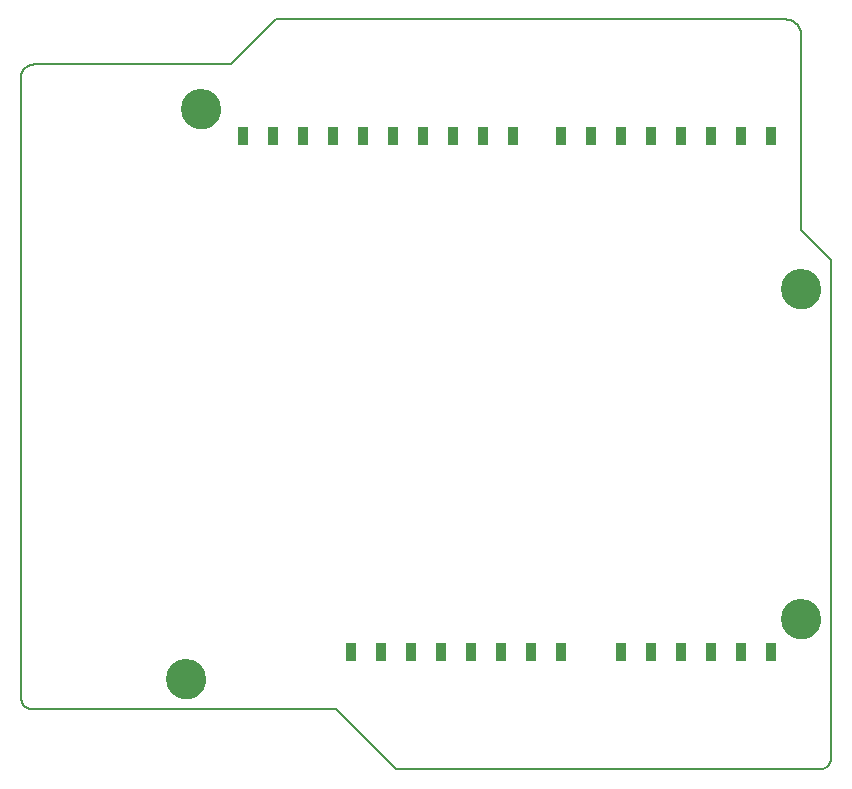
<source format=gts>
G75*
%MOIN*%
%OFA0B0*%
%FSLAX25Y25*%
%IPPOS*%
%LPD*%
%AMOC8*
5,1,8,0,0,1.08239X$1,22.5*
%
%ADD10C,0.00500*%
%ADD11R,0.03600X0.06400*%
%ADD12C,0.00000*%
%ADD13C,0.13398*%
D10*
X0005250Y0021250D02*
X0106250Y0021250D01*
X0126250Y0001250D01*
X0267250Y0001250D01*
X0126250Y0001250D01*
X0106250Y0021250D01*
X0005250Y0021250D01*
X0005124Y0021252D01*
X0004999Y0021258D01*
X0004874Y0021268D01*
X0004749Y0021282D01*
X0004624Y0021299D01*
X0004500Y0021321D01*
X0004377Y0021346D01*
X0004255Y0021376D01*
X0004134Y0021409D01*
X0004014Y0021446D01*
X0003895Y0021486D01*
X0003778Y0021531D01*
X0003661Y0021579D01*
X0003547Y0021631D01*
X0003434Y0021686D01*
X0003323Y0021745D01*
X0003214Y0021807D01*
X0003107Y0021873D01*
X0003002Y0021942D01*
X0002899Y0022014D01*
X0002798Y0022089D01*
X0002700Y0022168D01*
X0002605Y0022250D01*
X0002512Y0022334D01*
X0002422Y0022422D01*
X0002334Y0022512D01*
X0002250Y0022605D01*
X0002168Y0022700D01*
X0002089Y0022798D01*
X0002014Y0022899D01*
X0001942Y0023002D01*
X0001873Y0023107D01*
X0001807Y0023214D01*
X0001745Y0023323D01*
X0001686Y0023434D01*
X0001631Y0023547D01*
X0001579Y0023661D01*
X0001531Y0023778D01*
X0001486Y0023895D01*
X0001446Y0024014D01*
X0001409Y0024134D01*
X0001376Y0024255D01*
X0001346Y0024377D01*
X0001321Y0024500D01*
X0001299Y0024624D01*
X0001282Y0024749D01*
X0001268Y0024874D01*
X0001258Y0024999D01*
X0001252Y0025124D01*
X0001250Y0025250D01*
X0001250Y0232150D01*
X0001250Y0025250D01*
X0001252Y0025124D01*
X0001258Y0024999D01*
X0001268Y0024874D01*
X0001282Y0024749D01*
X0001299Y0024624D01*
X0001321Y0024500D01*
X0001346Y0024377D01*
X0001376Y0024255D01*
X0001409Y0024134D01*
X0001446Y0024014D01*
X0001486Y0023895D01*
X0001531Y0023778D01*
X0001579Y0023661D01*
X0001631Y0023547D01*
X0001686Y0023434D01*
X0001745Y0023323D01*
X0001807Y0023214D01*
X0001873Y0023107D01*
X0001942Y0023002D01*
X0002014Y0022899D01*
X0002089Y0022798D01*
X0002168Y0022700D01*
X0002250Y0022605D01*
X0002334Y0022512D01*
X0002422Y0022422D01*
X0002512Y0022334D01*
X0002605Y0022250D01*
X0002700Y0022168D01*
X0002798Y0022089D01*
X0002899Y0022014D01*
X0003002Y0021942D01*
X0003107Y0021873D01*
X0003214Y0021807D01*
X0003323Y0021745D01*
X0003434Y0021686D01*
X0003547Y0021631D01*
X0003661Y0021579D01*
X0003778Y0021531D01*
X0003895Y0021486D01*
X0004014Y0021446D01*
X0004134Y0021409D01*
X0004255Y0021376D01*
X0004377Y0021346D01*
X0004500Y0021321D01*
X0004624Y0021299D01*
X0004749Y0021282D01*
X0004874Y0021268D01*
X0004999Y0021258D01*
X0005124Y0021252D01*
X0005250Y0021250D01*
X0001250Y0232150D02*
X0001252Y0232276D01*
X0001258Y0232401D01*
X0001268Y0232526D01*
X0001282Y0232651D01*
X0001299Y0232776D01*
X0001321Y0232900D01*
X0001346Y0233023D01*
X0001376Y0233145D01*
X0001409Y0233266D01*
X0001446Y0233386D01*
X0001486Y0233505D01*
X0001531Y0233622D01*
X0001579Y0233739D01*
X0001631Y0233853D01*
X0001686Y0233966D01*
X0001745Y0234077D01*
X0001807Y0234186D01*
X0001873Y0234293D01*
X0001942Y0234398D01*
X0002014Y0234501D01*
X0002089Y0234602D01*
X0002168Y0234700D01*
X0002250Y0234795D01*
X0002334Y0234888D01*
X0002422Y0234978D01*
X0002512Y0235066D01*
X0002605Y0235150D01*
X0002700Y0235232D01*
X0002798Y0235311D01*
X0002899Y0235386D01*
X0003002Y0235458D01*
X0003107Y0235527D01*
X0003214Y0235593D01*
X0003323Y0235655D01*
X0003434Y0235714D01*
X0003547Y0235769D01*
X0003661Y0235821D01*
X0003778Y0235869D01*
X0003895Y0235914D01*
X0004014Y0235954D01*
X0004134Y0235991D01*
X0004255Y0236024D01*
X0004377Y0236054D01*
X0004500Y0236079D01*
X0004624Y0236101D01*
X0004749Y0236118D01*
X0004874Y0236132D01*
X0004999Y0236142D01*
X0005124Y0236148D01*
X0005250Y0236150D01*
X0005250Y0236250D02*
X0071250Y0236250D01*
X0086250Y0251250D01*
X0256250Y0251250D01*
X0086250Y0251250D01*
X0071250Y0236250D01*
X0005250Y0236250D01*
X0005250Y0236150D02*
X0005124Y0236148D01*
X0004999Y0236142D01*
X0004874Y0236132D01*
X0004749Y0236118D01*
X0004624Y0236101D01*
X0004500Y0236079D01*
X0004377Y0236054D01*
X0004255Y0236024D01*
X0004134Y0235991D01*
X0004014Y0235954D01*
X0003895Y0235914D01*
X0003778Y0235869D01*
X0003661Y0235821D01*
X0003547Y0235769D01*
X0003434Y0235714D01*
X0003323Y0235655D01*
X0003214Y0235593D01*
X0003107Y0235527D01*
X0003002Y0235458D01*
X0002899Y0235386D01*
X0002798Y0235311D01*
X0002700Y0235232D01*
X0002605Y0235150D01*
X0002512Y0235066D01*
X0002422Y0234978D01*
X0002334Y0234888D01*
X0002250Y0234795D01*
X0002168Y0234700D01*
X0002089Y0234602D01*
X0002014Y0234501D01*
X0001942Y0234398D01*
X0001873Y0234293D01*
X0001807Y0234186D01*
X0001745Y0234077D01*
X0001686Y0233966D01*
X0001631Y0233853D01*
X0001579Y0233739D01*
X0001531Y0233622D01*
X0001486Y0233505D01*
X0001446Y0233386D01*
X0001409Y0233266D01*
X0001376Y0233145D01*
X0001346Y0233023D01*
X0001321Y0232900D01*
X0001299Y0232776D01*
X0001282Y0232651D01*
X0001268Y0232526D01*
X0001258Y0232401D01*
X0001252Y0232276D01*
X0001250Y0232150D01*
X0256250Y0251250D02*
X0256390Y0251248D01*
X0256530Y0251242D01*
X0256670Y0251232D01*
X0256810Y0251219D01*
X0256949Y0251201D01*
X0257088Y0251179D01*
X0257225Y0251154D01*
X0257363Y0251125D01*
X0257499Y0251092D01*
X0257634Y0251055D01*
X0257768Y0251014D01*
X0257901Y0250969D01*
X0258033Y0250921D01*
X0258163Y0250869D01*
X0258292Y0250814D01*
X0258419Y0250755D01*
X0258545Y0250692D01*
X0258669Y0250626D01*
X0258790Y0250557D01*
X0258910Y0250484D01*
X0259028Y0250407D01*
X0259143Y0250328D01*
X0259257Y0250245D01*
X0259367Y0250159D01*
X0259476Y0250070D01*
X0259582Y0249978D01*
X0259685Y0249883D01*
X0259786Y0249786D01*
X0259883Y0249685D01*
X0259978Y0249582D01*
X0260070Y0249476D01*
X0260159Y0249367D01*
X0260245Y0249257D01*
X0260328Y0249143D01*
X0260407Y0249028D01*
X0260484Y0248910D01*
X0260557Y0248790D01*
X0260626Y0248669D01*
X0260692Y0248545D01*
X0260755Y0248419D01*
X0260814Y0248292D01*
X0260869Y0248163D01*
X0260921Y0248033D01*
X0260969Y0247901D01*
X0261014Y0247768D01*
X0261055Y0247634D01*
X0261092Y0247499D01*
X0261125Y0247363D01*
X0261154Y0247225D01*
X0261179Y0247088D01*
X0261201Y0246949D01*
X0261219Y0246810D01*
X0261232Y0246670D01*
X0261242Y0246530D01*
X0261248Y0246390D01*
X0261250Y0246250D01*
X0261250Y0246150D02*
X0261250Y0181150D01*
X0271250Y0171150D01*
X0271250Y0005250D01*
X0271250Y0171150D01*
X0261250Y0181150D01*
X0261250Y0246150D01*
X0261250Y0246250D02*
X0261248Y0246390D01*
X0261242Y0246530D01*
X0261232Y0246670D01*
X0261219Y0246810D01*
X0261201Y0246949D01*
X0261179Y0247088D01*
X0261154Y0247225D01*
X0261125Y0247363D01*
X0261092Y0247499D01*
X0261055Y0247634D01*
X0261014Y0247768D01*
X0260969Y0247901D01*
X0260921Y0248033D01*
X0260869Y0248163D01*
X0260814Y0248292D01*
X0260755Y0248419D01*
X0260692Y0248545D01*
X0260626Y0248669D01*
X0260557Y0248790D01*
X0260484Y0248910D01*
X0260407Y0249028D01*
X0260328Y0249143D01*
X0260245Y0249257D01*
X0260159Y0249367D01*
X0260070Y0249476D01*
X0259978Y0249582D01*
X0259883Y0249685D01*
X0259786Y0249786D01*
X0259685Y0249883D01*
X0259582Y0249978D01*
X0259476Y0250070D01*
X0259367Y0250159D01*
X0259257Y0250245D01*
X0259143Y0250328D01*
X0259028Y0250407D01*
X0258910Y0250484D01*
X0258790Y0250557D01*
X0258669Y0250626D01*
X0258545Y0250692D01*
X0258419Y0250755D01*
X0258292Y0250814D01*
X0258163Y0250869D01*
X0258033Y0250921D01*
X0257901Y0250969D01*
X0257768Y0251014D01*
X0257634Y0251055D01*
X0257499Y0251092D01*
X0257363Y0251125D01*
X0257225Y0251154D01*
X0257088Y0251179D01*
X0256949Y0251201D01*
X0256810Y0251219D01*
X0256670Y0251232D01*
X0256530Y0251242D01*
X0256390Y0251248D01*
X0256250Y0251250D01*
X0271250Y0005250D02*
X0271248Y0005124D01*
X0271242Y0004999D01*
X0271232Y0004874D01*
X0271218Y0004749D01*
X0271201Y0004624D01*
X0271179Y0004500D01*
X0271154Y0004377D01*
X0271124Y0004255D01*
X0271091Y0004134D01*
X0271054Y0004014D01*
X0271014Y0003895D01*
X0270969Y0003778D01*
X0270921Y0003661D01*
X0270869Y0003547D01*
X0270814Y0003434D01*
X0270755Y0003323D01*
X0270693Y0003214D01*
X0270627Y0003107D01*
X0270558Y0003002D01*
X0270486Y0002899D01*
X0270411Y0002798D01*
X0270332Y0002700D01*
X0270250Y0002605D01*
X0270166Y0002512D01*
X0270078Y0002422D01*
X0269988Y0002334D01*
X0269895Y0002250D01*
X0269800Y0002168D01*
X0269702Y0002089D01*
X0269601Y0002014D01*
X0269498Y0001942D01*
X0269393Y0001873D01*
X0269286Y0001807D01*
X0269177Y0001745D01*
X0269066Y0001686D01*
X0268953Y0001631D01*
X0268839Y0001579D01*
X0268722Y0001531D01*
X0268605Y0001486D01*
X0268486Y0001446D01*
X0268366Y0001409D01*
X0268245Y0001376D01*
X0268123Y0001346D01*
X0268000Y0001321D01*
X0267876Y0001299D01*
X0267751Y0001282D01*
X0267626Y0001268D01*
X0267501Y0001258D01*
X0267376Y0001252D01*
X0267250Y0001250D01*
X0267376Y0001252D01*
X0267501Y0001258D01*
X0267626Y0001268D01*
X0267751Y0001282D01*
X0267876Y0001299D01*
X0268000Y0001321D01*
X0268123Y0001346D01*
X0268245Y0001376D01*
X0268366Y0001409D01*
X0268486Y0001446D01*
X0268605Y0001486D01*
X0268722Y0001531D01*
X0268839Y0001579D01*
X0268953Y0001631D01*
X0269066Y0001686D01*
X0269177Y0001745D01*
X0269286Y0001807D01*
X0269393Y0001873D01*
X0269498Y0001942D01*
X0269601Y0002014D01*
X0269702Y0002089D01*
X0269800Y0002168D01*
X0269895Y0002250D01*
X0269988Y0002334D01*
X0270078Y0002422D01*
X0270166Y0002512D01*
X0270250Y0002605D01*
X0270332Y0002700D01*
X0270411Y0002798D01*
X0270486Y0002899D01*
X0270558Y0003002D01*
X0270627Y0003107D01*
X0270693Y0003214D01*
X0270755Y0003323D01*
X0270814Y0003434D01*
X0270869Y0003547D01*
X0270921Y0003661D01*
X0270969Y0003778D01*
X0271014Y0003895D01*
X0271054Y0004014D01*
X0271091Y0004134D01*
X0271124Y0004255D01*
X0271154Y0004377D01*
X0271179Y0004500D01*
X0271201Y0004624D01*
X0271218Y0004749D01*
X0271232Y0004874D01*
X0271242Y0004999D01*
X0271248Y0005124D01*
X0271250Y0005250D01*
D11*
X0251250Y0040250D03*
X0241250Y0040250D03*
X0231250Y0040250D03*
X0221250Y0040250D03*
X0211250Y0040250D03*
X0201250Y0040250D03*
X0181250Y0040250D03*
X0171250Y0040250D03*
X0161250Y0040250D03*
X0151250Y0040250D03*
X0141250Y0040250D03*
X0131250Y0040250D03*
X0121250Y0040250D03*
X0111250Y0040250D03*
X0115250Y0212250D03*
X0125250Y0212250D03*
X0135250Y0212250D03*
X0145250Y0212250D03*
X0155250Y0212250D03*
X0165250Y0212250D03*
X0181250Y0212250D03*
X0191250Y0212250D03*
X0201250Y0212250D03*
X0211250Y0212250D03*
X0221250Y0212250D03*
X0231250Y0212250D03*
X0241250Y0212250D03*
X0251250Y0212250D03*
X0105250Y0212250D03*
X0095250Y0212250D03*
X0085250Y0212250D03*
X0075250Y0212250D03*
D12*
X0054951Y0221250D02*
X0054953Y0221408D01*
X0054959Y0221566D01*
X0054969Y0221724D01*
X0054983Y0221882D01*
X0055001Y0222039D01*
X0055022Y0222196D01*
X0055048Y0222352D01*
X0055078Y0222508D01*
X0055111Y0222663D01*
X0055149Y0222816D01*
X0055190Y0222969D01*
X0055235Y0223121D01*
X0055284Y0223272D01*
X0055337Y0223421D01*
X0055393Y0223569D01*
X0055453Y0223715D01*
X0055517Y0223860D01*
X0055585Y0224003D01*
X0055656Y0224145D01*
X0055730Y0224285D01*
X0055808Y0224422D01*
X0055890Y0224558D01*
X0055974Y0224692D01*
X0056063Y0224823D01*
X0056154Y0224952D01*
X0056249Y0225079D01*
X0056346Y0225204D01*
X0056447Y0225326D01*
X0056551Y0225445D01*
X0056658Y0225562D01*
X0056768Y0225676D01*
X0056881Y0225787D01*
X0056996Y0225896D01*
X0057114Y0226001D01*
X0057235Y0226103D01*
X0057358Y0226203D01*
X0057484Y0226299D01*
X0057612Y0226392D01*
X0057742Y0226482D01*
X0057875Y0226568D01*
X0058010Y0226652D01*
X0058146Y0226731D01*
X0058285Y0226808D01*
X0058426Y0226880D01*
X0058568Y0226950D01*
X0058712Y0227015D01*
X0058858Y0227077D01*
X0059005Y0227135D01*
X0059154Y0227190D01*
X0059304Y0227241D01*
X0059455Y0227288D01*
X0059607Y0227331D01*
X0059760Y0227370D01*
X0059915Y0227406D01*
X0060070Y0227437D01*
X0060226Y0227465D01*
X0060382Y0227489D01*
X0060539Y0227509D01*
X0060697Y0227525D01*
X0060854Y0227537D01*
X0061013Y0227545D01*
X0061171Y0227549D01*
X0061329Y0227549D01*
X0061487Y0227545D01*
X0061646Y0227537D01*
X0061803Y0227525D01*
X0061961Y0227509D01*
X0062118Y0227489D01*
X0062274Y0227465D01*
X0062430Y0227437D01*
X0062585Y0227406D01*
X0062740Y0227370D01*
X0062893Y0227331D01*
X0063045Y0227288D01*
X0063196Y0227241D01*
X0063346Y0227190D01*
X0063495Y0227135D01*
X0063642Y0227077D01*
X0063788Y0227015D01*
X0063932Y0226950D01*
X0064074Y0226880D01*
X0064215Y0226808D01*
X0064354Y0226731D01*
X0064490Y0226652D01*
X0064625Y0226568D01*
X0064758Y0226482D01*
X0064888Y0226392D01*
X0065016Y0226299D01*
X0065142Y0226203D01*
X0065265Y0226103D01*
X0065386Y0226001D01*
X0065504Y0225896D01*
X0065619Y0225787D01*
X0065732Y0225676D01*
X0065842Y0225562D01*
X0065949Y0225445D01*
X0066053Y0225326D01*
X0066154Y0225204D01*
X0066251Y0225079D01*
X0066346Y0224952D01*
X0066437Y0224823D01*
X0066526Y0224692D01*
X0066610Y0224558D01*
X0066692Y0224422D01*
X0066770Y0224285D01*
X0066844Y0224145D01*
X0066915Y0224003D01*
X0066983Y0223860D01*
X0067047Y0223715D01*
X0067107Y0223569D01*
X0067163Y0223421D01*
X0067216Y0223272D01*
X0067265Y0223121D01*
X0067310Y0222969D01*
X0067351Y0222816D01*
X0067389Y0222663D01*
X0067422Y0222508D01*
X0067452Y0222352D01*
X0067478Y0222196D01*
X0067499Y0222039D01*
X0067517Y0221882D01*
X0067531Y0221724D01*
X0067541Y0221566D01*
X0067547Y0221408D01*
X0067549Y0221250D01*
X0067547Y0221092D01*
X0067541Y0220934D01*
X0067531Y0220776D01*
X0067517Y0220618D01*
X0067499Y0220461D01*
X0067478Y0220304D01*
X0067452Y0220148D01*
X0067422Y0219992D01*
X0067389Y0219837D01*
X0067351Y0219684D01*
X0067310Y0219531D01*
X0067265Y0219379D01*
X0067216Y0219228D01*
X0067163Y0219079D01*
X0067107Y0218931D01*
X0067047Y0218785D01*
X0066983Y0218640D01*
X0066915Y0218497D01*
X0066844Y0218355D01*
X0066770Y0218215D01*
X0066692Y0218078D01*
X0066610Y0217942D01*
X0066526Y0217808D01*
X0066437Y0217677D01*
X0066346Y0217548D01*
X0066251Y0217421D01*
X0066154Y0217296D01*
X0066053Y0217174D01*
X0065949Y0217055D01*
X0065842Y0216938D01*
X0065732Y0216824D01*
X0065619Y0216713D01*
X0065504Y0216604D01*
X0065386Y0216499D01*
X0065265Y0216397D01*
X0065142Y0216297D01*
X0065016Y0216201D01*
X0064888Y0216108D01*
X0064758Y0216018D01*
X0064625Y0215932D01*
X0064490Y0215848D01*
X0064354Y0215769D01*
X0064215Y0215692D01*
X0064074Y0215620D01*
X0063932Y0215550D01*
X0063788Y0215485D01*
X0063642Y0215423D01*
X0063495Y0215365D01*
X0063346Y0215310D01*
X0063196Y0215259D01*
X0063045Y0215212D01*
X0062893Y0215169D01*
X0062740Y0215130D01*
X0062585Y0215094D01*
X0062430Y0215063D01*
X0062274Y0215035D01*
X0062118Y0215011D01*
X0061961Y0214991D01*
X0061803Y0214975D01*
X0061646Y0214963D01*
X0061487Y0214955D01*
X0061329Y0214951D01*
X0061171Y0214951D01*
X0061013Y0214955D01*
X0060854Y0214963D01*
X0060697Y0214975D01*
X0060539Y0214991D01*
X0060382Y0215011D01*
X0060226Y0215035D01*
X0060070Y0215063D01*
X0059915Y0215094D01*
X0059760Y0215130D01*
X0059607Y0215169D01*
X0059455Y0215212D01*
X0059304Y0215259D01*
X0059154Y0215310D01*
X0059005Y0215365D01*
X0058858Y0215423D01*
X0058712Y0215485D01*
X0058568Y0215550D01*
X0058426Y0215620D01*
X0058285Y0215692D01*
X0058146Y0215769D01*
X0058010Y0215848D01*
X0057875Y0215932D01*
X0057742Y0216018D01*
X0057612Y0216108D01*
X0057484Y0216201D01*
X0057358Y0216297D01*
X0057235Y0216397D01*
X0057114Y0216499D01*
X0056996Y0216604D01*
X0056881Y0216713D01*
X0056768Y0216824D01*
X0056658Y0216938D01*
X0056551Y0217055D01*
X0056447Y0217174D01*
X0056346Y0217296D01*
X0056249Y0217421D01*
X0056154Y0217548D01*
X0056063Y0217677D01*
X0055974Y0217808D01*
X0055890Y0217942D01*
X0055808Y0218078D01*
X0055730Y0218215D01*
X0055656Y0218355D01*
X0055585Y0218497D01*
X0055517Y0218640D01*
X0055453Y0218785D01*
X0055393Y0218931D01*
X0055337Y0219079D01*
X0055284Y0219228D01*
X0055235Y0219379D01*
X0055190Y0219531D01*
X0055149Y0219684D01*
X0055111Y0219837D01*
X0055078Y0219992D01*
X0055048Y0220148D01*
X0055022Y0220304D01*
X0055001Y0220461D01*
X0054983Y0220618D01*
X0054969Y0220776D01*
X0054959Y0220934D01*
X0054953Y0221092D01*
X0054951Y0221250D01*
X0049951Y0031250D02*
X0049953Y0031408D01*
X0049959Y0031566D01*
X0049969Y0031724D01*
X0049983Y0031882D01*
X0050001Y0032039D01*
X0050022Y0032196D01*
X0050048Y0032352D01*
X0050078Y0032508D01*
X0050111Y0032663D01*
X0050149Y0032816D01*
X0050190Y0032969D01*
X0050235Y0033121D01*
X0050284Y0033272D01*
X0050337Y0033421D01*
X0050393Y0033569D01*
X0050453Y0033715D01*
X0050517Y0033860D01*
X0050585Y0034003D01*
X0050656Y0034145D01*
X0050730Y0034285D01*
X0050808Y0034422D01*
X0050890Y0034558D01*
X0050974Y0034692D01*
X0051063Y0034823D01*
X0051154Y0034952D01*
X0051249Y0035079D01*
X0051346Y0035204D01*
X0051447Y0035326D01*
X0051551Y0035445D01*
X0051658Y0035562D01*
X0051768Y0035676D01*
X0051881Y0035787D01*
X0051996Y0035896D01*
X0052114Y0036001D01*
X0052235Y0036103D01*
X0052358Y0036203D01*
X0052484Y0036299D01*
X0052612Y0036392D01*
X0052742Y0036482D01*
X0052875Y0036568D01*
X0053010Y0036652D01*
X0053146Y0036731D01*
X0053285Y0036808D01*
X0053426Y0036880D01*
X0053568Y0036950D01*
X0053712Y0037015D01*
X0053858Y0037077D01*
X0054005Y0037135D01*
X0054154Y0037190D01*
X0054304Y0037241D01*
X0054455Y0037288D01*
X0054607Y0037331D01*
X0054760Y0037370D01*
X0054915Y0037406D01*
X0055070Y0037437D01*
X0055226Y0037465D01*
X0055382Y0037489D01*
X0055539Y0037509D01*
X0055697Y0037525D01*
X0055854Y0037537D01*
X0056013Y0037545D01*
X0056171Y0037549D01*
X0056329Y0037549D01*
X0056487Y0037545D01*
X0056646Y0037537D01*
X0056803Y0037525D01*
X0056961Y0037509D01*
X0057118Y0037489D01*
X0057274Y0037465D01*
X0057430Y0037437D01*
X0057585Y0037406D01*
X0057740Y0037370D01*
X0057893Y0037331D01*
X0058045Y0037288D01*
X0058196Y0037241D01*
X0058346Y0037190D01*
X0058495Y0037135D01*
X0058642Y0037077D01*
X0058788Y0037015D01*
X0058932Y0036950D01*
X0059074Y0036880D01*
X0059215Y0036808D01*
X0059354Y0036731D01*
X0059490Y0036652D01*
X0059625Y0036568D01*
X0059758Y0036482D01*
X0059888Y0036392D01*
X0060016Y0036299D01*
X0060142Y0036203D01*
X0060265Y0036103D01*
X0060386Y0036001D01*
X0060504Y0035896D01*
X0060619Y0035787D01*
X0060732Y0035676D01*
X0060842Y0035562D01*
X0060949Y0035445D01*
X0061053Y0035326D01*
X0061154Y0035204D01*
X0061251Y0035079D01*
X0061346Y0034952D01*
X0061437Y0034823D01*
X0061526Y0034692D01*
X0061610Y0034558D01*
X0061692Y0034422D01*
X0061770Y0034285D01*
X0061844Y0034145D01*
X0061915Y0034003D01*
X0061983Y0033860D01*
X0062047Y0033715D01*
X0062107Y0033569D01*
X0062163Y0033421D01*
X0062216Y0033272D01*
X0062265Y0033121D01*
X0062310Y0032969D01*
X0062351Y0032816D01*
X0062389Y0032663D01*
X0062422Y0032508D01*
X0062452Y0032352D01*
X0062478Y0032196D01*
X0062499Y0032039D01*
X0062517Y0031882D01*
X0062531Y0031724D01*
X0062541Y0031566D01*
X0062547Y0031408D01*
X0062549Y0031250D01*
X0062547Y0031092D01*
X0062541Y0030934D01*
X0062531Y0030776D01*
X0062517Y0030618D01*
X0062499Y0030461D01*
X0062478Y0030304D01*
X0062452Y0030148D01*
X0062422Y0029992D01*
X0062389Y0029837D01*
X0062351Y0029684D01*
X0062310Y0029531D01*
X0062265Y0029379D01*
X0062216Y0029228D01*
X0062163Y0029079D01*
X0062107Y0028931D01*
X0062047Y0028785D01*
X0061983Y0028640D01*
X0061915Y0028497D01*
X0061844Y0028355D01*
X0061770Y0028215D01*
X0061692Y0028078D01*
X0061610Y0027942D01*
X0061526Y0027808D01*
X0061437Y0027677D01*
X0061346Y0027548D01*
X0061251Y0027421D01*
X0061154Y0027296D01*
X0061053Y0027174D01*
X0060949Y0027055D01*
X0060842Y0026938D01*
X0060732Y0026824D01*
X0060619Y0026713D01*
X0060504Y0026604D01*
X0060386Y0026499D01*
X0060265Y0026397D01*
X0060142Y0026297D01*
X0060016Y0026201D01*
X0059888Y0026108D01*
X0059758Y0026018D01*
X0059625Y0025932D01*
X0059490Y0025848D01*
X0059354Y0025769D01*
X0059215Y0025692D01*
X0059074Y0025620D01*
X0058932Y0025550D01*
X0058788Y0025485D01*
X0058642Y0025423D01*
X0058495Y0025365D01*
X0058346Y0025310D01*
X0058196Y0025259D01*
X0058045Y0025212D01*
X0057893Y0025169D01*
X0057740Y0025130D01*
X0057585Y0025094D01*
X0057430Y0025063D01*
X0057274Y0025035D01*
X0057118Y0025011D01*
X0056961Y0024991D01*
X0056803Y0024975D01*
X0056646Y0024963D01*
X0056487Y0024955D01*
X0056329Y0024951D01*
X0056171Y0024951D01*
X0056013Y0024955D01*
X0055854Y0024963D01*
X0055697Y0024975D01*
X0055539Y0024991D01*
X0055382Y0025011D01*
X0055226Y0025035D01*
X0055070Y0025063D01*
X0054915Y0025094D01*
X0054760Y0025130D01*
X0054607Y0025169D01*
X0054455Y0025212D01*
X0054304Y0025259D01*
X0054154Y0025310D01*
X0054005Y0025365D01*
X0053858Y0025423D01*
X0053712Y0025485D01*
X0053568Y0025550D01*
X0053426Y0025620D01*
X0053285Y0025692D01*
X0053146Y0025769D01*
X0053010Y0025848D01*
X0052875Y0025932D01*
X0052742Y0026018D01*
X0052612Y0026108D01*
X0052484Y0026201D01*
X0052358Y0026297D01*
X0052235Y0026397D01*
X0052114Y0026499D01*
X0051996Y0026604D01*
X0051881Y0026713D01*
X0051768Y0026824D01*
X0051658Y0026938D01*
X0051551Y0027055D01*
X0051447Y0027174D01*
X0051346Y0027296D01*
X0051249Y0027421D01*
X0051154Y0027548D01*
X0051063Y0027677D01*
X0050974Y0027808D01*
X0050890Y0027942D01*
X0050808Y0028078D01*
X0050730Y0028215D01*
X0050656Y0028355D01*
X0050585Y0028497D01*
X0050517Y0028640D01*
X0050453Y0028785D01*
X0050393Y0028931D01*
X0050337Y0029079D01*
X0050284Y0029228D01*
X0050235Y0029379D01*
X0050190Y0029531D01*
X0050149Y0029684D01*
X0050111Y0029837D01*
X0050078Y0029992D01*
X0050048Y0030148D01*
X0050022Y0030304D01*
X0050001Y0030461D01*
X0049983Y0030618D01*
X0049969Y0030776D01*
X0049959Y0030934D01*
X0049953Y0031092D01*
X0049951Y0031250D01*
X0254951Y0051250D02*
X0254953Y0051408D01*
X0254959Y0051566D01*
X0254969Y0051724D01*
X0254983Y0051882D01*
X0255001Y0052039D01*
X0255022Y0052196D01*
X0255048Y0052352D01*
X0255078Y0052508D01*
X0255111Y0052663D01*
X0255149Y0052816D01*
X0255190Y0052969D01*
X0255235Y0053121D01*
X0255284Y0053272D01*
X0255337Y0053421D01*
X0255393Y0053569D01*
X0255453Y0053715D01*
X0255517Y0053860D01*
X0255585Y0054003D01*
X0255656Y0054145D01*
X0255730Y0054285D01*
X0255808Y0054422D01*
X0255890Y0054558D01*
X0255974Y0054692D01*
X0256063Y0054823D01*
X0256154Y0054952D01*
X0256249Y0055079D01*
X0256346Y0055204D01*
X0256447Y0055326D01*
X0256551Y0055445D01*
X0256658Y0055562D01*
X0256768Y0055676D01*
X0256881Y0055787D01*
X0256996Y0055896D01*
X0257114Y0056001D01*
X0257235Y0056103D01*
X0257358Y0056203D01*
X0257484Y0056299D01*
X0257612Y0056392D01*
X0257742Y0056482D01*
X0257875Y0056568D01*
X0258010Y0056652D01*
X0258146Y0056731D01*
X0258285Y0056808D01*
X0258426Y0056880D01*
X0258568Y0056950D01*
X0258712Y0057015D01*
X0258858Y0057077D01*
X0259005Y0057135D01*
X0259154Y0057190D01*
X0259304Y0057241D01*
X0259455Y0057288D01*
X0259607Y0057331D01*
X0259760Y0057370D01*
X0259915Y0057406D01*
X0260070Y0057437D01*
X0260226Y0057465D01*
X0260382Y0057489D01*
X0260539Y0057509D01*
X0260697Y0057525D01*
X0260854Y0057537D01*
X0261013Y0057545D01*
X0261171Y0057549D01*
X0261329Y0057549D01*
X0261487Y0057545D01*
X0261646Y0057537D01*
X0261803Y0057525D01*
X0261961Y0057509D01*
X0262118Y0057489D01*
X0262274Y0057465D01*
X0262430Y0057437D01*
X0262585Y0057406D01*
X0262740Y0057370D01*
X0262893Y0057331D01*
X0263045Y0057288D01*
X0263196Y0057241D01*
X0263346Y0057190D01*
X0263495Y0057135D01*
X0263642Y0057077D01*
X0263788Y0057015D01*
X0263932Y0056950D01*
X0264074Y0056880D01*
X0264215Y0056808D01*
X0264354Y0056731D01*
X0264490Y0056652D01*
X0264625Y0056568D01*
X0264758Y0056482D01*
X0264888Y0056392D01*
X0265016Y0056299D01*
X0265142Y0056203D01*
X0265265Y0056103D01*
X0265386Y0056001D01*
X0265504Y0055896D01*
X0265619Y0055787D01*
X0265732Y0055676D01*
X0265842Y0055562D01*
X0265949Y0055445D01*
X0266053Y0055326D01*
X0266154Y0055204D01*
X0266251Y0055079D01*
X0266346Y0054952D01*
X0266437Y0054823D01*
X0266526Y0054692D01*
X0266610Y0054558D01*
X0266692Y0054422D01*
X0266770Y0054285D01*
X0266844Y0054145D01*
X0266915Y0054003D01*
X0266983Y0053860D01*
X0267047Y0053715D01*
X0267107Y0053569D01*
X0267163Y0053421D01*
X0267216Y0053272D01*
X0267265Y0053121D01*
X0267310Y0052969D01*
X0267351Y0052816D01*
X0267389Y0052663D01*
X0267422Y0052508D01*
X0267452Y0052352D01*
X0267478Y0052196D01*
X0267499Y0052039D01*
X0267517Y0051882D01*
X0267531Y0051724D01*
X0267541Y0051566D01*
X0267547Y0051408D01*
X0267549Y0051250D01*
X0267547Y0051092D01*
X0267541Y0050934D01*
X0267531Y0050776D01*
X0267517Y0050618D01*
X0267499Y0050461D01*
X0267478Y0050304D01*
X0267452Y0050148D01*
X0267422Y0049992D01*
X0267389Y0049837D01*
X0267351Y0049684D01*
X0267310Y0049531D01*
X0267265Y0049379D01*
X0267216Y0049228D01*
X0267163Y0049079D01*
X0267107Y0048931D01*
X0267047Y0048785D01*
X0266983Y0048640D01*
X0266915Y0048497D01*
X0266844Y0048355D01*
X0266770Y0048215D01*
X0266692Y0048078D01*
X0266610Y0047942D01*
X0266526Y0047808D01*
X0266437Y0047677D01*
X0266346Y0047548D01*
X0266251Y0047421D01*
X0266154Y0047296D01*
X0266053Y0047174D01*
X0265949Y0047055D01*
X0265842Y0046938D01*
X0265732Y0046824D01*
X0265619Y0046713D01*
X0265504Y0046604D01*
X0265386Y0046499D01*
X0265265Y0046397D01*
X0265142Y0046297D01*
X0265016Y0046201D01*
X0264888Y0046108D01*
X0264758Y0046018D01*
X0264625Y0045932D01*
X0264490Y0045848D01*
X0264354Y0045769D01*
X0264215Y0045692D01*
X0264074Y0045620D01*
X0263932Y0045550D01*
X0263788Y0045485D01*
X0263642Y0045423D01*
X0263495Y0045365D01*
X0263346Y0045310D01*
X0263196Y0045259D01*
X0263045Y0045212D01*
X0262893Y0045169D01*
X0262740Y0045130D01*
X0262585Y0045094D01*
X0262430Y0045063D01*
X0262274Y0045035D01*
X0262118Y0045011D01*
X0261961Y0044991D01*
X0261803Y0044975D01*
X0261646Y0044963D01*
X0261487Y0044955D01*
X0261329Y0044951D01*
X0261171Y0044951D01*
X0261013Y0044955D01*
X0260854Y0044963D01*
X0260697Y0044975D01*
X0260539Y0044991D01*
X0260382Y0045011D01*
X0260226Y0045035D01*
X0260070Y0045063D01*
X0259915Y0045094D01*
X0259760Y0045130D01*
X0259607Y0045169D01*
X0259455Y0045212D01*
X0259304Y0045259D01*
X0259154Y0045310D01*
X0259005Y0045365D01*
X0258858Y0045423D01*
X0258712Y0045485D01*
X0258568Y0045550D01*
X0258426Y0045620D01*
X0258285Y0045692D01*
X0258146Y0045769D01*
X0258010Y0045848D01*
X0257875Y0045932D01*
X0257742Y0046018D01*
X0257612Y0046108D01*
X0257484Y0046201D01*
X0257358Y0046297D01*
X0257235Y0046397D01*
X0257114Y0046499D01*
X0256996Y0046604D01*
X0256881Y0046713D01*
X0256768Y0046824D01*
X0256658Y0046938D01*
X0256551Y0047055D01*
X0256447Y0047174D01*
X0256346Y0047296D01*
X0256249Y0047421D01*
X0256154Y0047548D01*
X0256063Y0047677D01*
X0255974Y0047808D01*
X0255890Y0047942D01*
X0255808Y0048078D01*
X0255730Y0048215D01*
X0255656Y0048355D01*
X0255585Y0048497D01*
X0255517Y0048640D01*
X0255453Y0048785D01*
X0255393Y0048931D01*
X0255337Y0049079D01*
X0255284Y0049228D01*
X0255235Y0049379D01*
X0255190Y0049531D01*
X0255149Y0049684D01*
X0255111Y0049837D01*
X0255078Y0049992D01*
X0255048Y0050148D01*
X0255022Y0050304D01*
X0255001Y0050461D01*
X0254983Y0050618D01*
X0254969Y0050776D01*
X0254959Y0050934D01*
X0254953Y0051092D01*
X0254951Y0051250D01*
X0254951Y0161250D02*
X0254953Y0161408D01*
X0254959Y0161566D01*
X0254969Y0161724D01*
X0254983Y0161882D01*
X0255001Y0162039D01*
X0255022Y0162196D01*
X0255048Y0162352D01*
X0255078Y0162508D01*
X0255111Y0162663D01*
X0255149Y0162816D01*
X0255190Y0162969D01*
X0255235Y0163121D01*
X0255284Y0163272D01*
X0255337Y0163421D01*
X0255393Y0163569D01*
X0255453Y0163715D01*
X0255517Y0163860D01*
X0255585Y0164003D01*
X0255656Y0164145D01*
X0255730Y0164285D01*
X0255808Y0164422D01*
X0255890Y0164558D01*
X0255974Y0164692D01*
X0256063Y0164823D01*
X0256154Y0164952D01*
X0256249Y0165079D01*
X0256346Y0165204D01*
X0256447Y0165326D01*
X0256551Y0165445D01*
X0256658Y0165562D01*
X0256768Y0165676D01*
X0256881Y0165787D01*
X0256996Y0165896D01*
X0257114Y0166001D01*
X0257235Y0166103D01*
X0257358Y0166203D01*
X0257484Y0166299D01*
X0257612Y0166392D01*
X0257742Y0166482D01*
X0257875Y0166568D01*
X0258010Y0166652D01*
X0258146Y0166731D01*
X0258285Y0166808D01*
X0258426Y0166880D01*
X0258568Y0166950D01*
X0258712Y0167015D01*
X0258858Y0167077D01*
X0259005Y0167135D01*
X0259154Y0167190D01*
X0259304Y0167241D01*
X0259455Y0167288D01*
X0259607Y0167331D01*
X0259760Y0167370D01*
X0259915Y0167406D01*
X0260070Y0167437D01*
X0260226Y0167465D01*
X0260382Y0167489D01*
X0260539Y0167509D01*
X0260697Y0167525D01*
X0260854Y0167537D01*
X0261013Y0167545D01*
X0261171Y0167549D01*
X0261329Y0167549D01*
X0261487Y0167545D01*
X0261646Y0167537D01*
X0261803Y0167525D01*
X0261961Y0167509D01*
X0262118Y0167489D01*
X0262274Y0167465D01*
X0262430Y0167437D01*
X0262585Y0167406D01*
X0262740Y0167370D01*
X0262893Y0167331D01*
X0263045Y0167288D01*
X0263196Y0167241D01*
X0263346Y0167190D01*
X0263495Y0167135D01*
X0263642Y0167077D01*
X0263788Y0167015D01*
X0263932Y0166950D01*
X0264074Y0166880D01*
X0264215Y0166808D01*
X0264354Y0166731D01*
X0264490Y0166652D01*
X0264625Y0166568D01*
X0264758Y0166482D01*
X0264888Y0166392D01*
X0265016Y0166299D01*
X0265142Y0166203D01*
X0265265Y0166103D01*
X0265386Y0166001D01*
X0265504Y0165896D01*
X0265619Y0165787D01*
X0265732Y0165676D01*
X0265842Y0165562D01*
X0265949Y0165445D01*
X0266053Y0165326D01*
X0266154Y0165204D01*
X0266251Y0165079D01*
X0266346Y0164952D01*
X0266437Y0164823D01*
X0266526Y0164692D01*
X0266610Y0164558D01*
X0266692Y0164422D01*
X0266770Y0164285D01*
X0266844Y0164145D01*
X0266915Y0164003D01*
X0266983Y0163860D01*
X0267047Y0163715D01*
X0267107Y0163569D01*
X0267163Y0163421D01*
X0267216Y0163272D01*
X0267265Y0163121D01*
X0267310Y0162969D01*
X0267351Y0162816D01*
X0267389Y0162663D01*
X0267422Y0162508D01*
X0267452Y0162352D01*
X0267478Y0162196D01*
X0267499Y0162039D01*
X0267517Y0161882D01*
X0267531Y0161724D01*
X0267541Y0161566D01*
X0267547Y0161408D01*
X0267549Y0161250D01*
X0267547Y0161092D01*
X0267541Y0160934D01*
X0267531Y0160776D01*
X0267517Y0160618D01*
X0267499Y0160461D01*
X0267478Y0160304D01*
X0267452Y0160148D01*
X0267422Y0159992D01*
X0267389Y0159837D01*
X0267351Y0159684D01*
X0267310Y0159531D01*
X0267265Y0159379D01*
X0267216Y0159228D01*
X0267163Y0159079D01*
X0267107Y0158931D01*
X0267047Y0158785D01*
X0266983Y0158640D01*
X0266915Y0158497D01*
X0266844Y0158355D01*
X0266770Y0158215D01*
X0266692Y0158078D01*
X0266610Y0157942D01*
X0266526Y0157808D01*
X0266437Y0157677D01*
X0266346Y0157548D01*
X0266251Y0157421D01*
X0266154Y0157296D01*
X0266053Y0157174D01*
X0265949Y0157055D01*
X0265842Y0156938D01*
X0265732Y0156824D01*
X0265619Y0156713D01*
X0265504Y0156604D01*
X0265386Y0156499D01*
X0265265Y0156397D01*
X0265142Y0156297D01*
X0265016Y0156201D01*
X0264888Y0156108D01*
X0264758Y0156018D01*
X0264625Y0155932D01*
X0264490Y0155848D01*
X0264354Y0155769D01*
X0264215Y0155692D01*
X0264074Y0155620D01*
X0263932Y0155550D01*
X0263788Y0155485D01*
X0263642Y0155423D01*
X0263495Y0155365D01*
X0263346Y0155310D01*
X0263196Y0155259D01*
X0263045Y0155212D01*
X0262893Y0155169D01*
X0262740Y0155130D01*
X0262585Y0155094D01*
X0262430Y0155063D01*
X0262274Y0155035D01*
X0262118Y0155011D01*
X0261961Y0154991D01*
X0261803Y0154975D01*
X0261646Y0154963D01*
X0261487Y0154955D01*
X0261329Y0154951D01*
X0261171Y0154951D01*
X0261013Y0154955D01*
X0260854Y0154963D01*
X0260697Y0154975D01*
X0260539Y0154991D01*
X0260382Y0155011D01*
X0260226Y0155035D01*
X0260070Y0155063D01*
X0259915Y0155094D01*
X0259760Y0155130D01*
X0259607Y0155169D01*
X0259455Y0155212D01*
X0259304Y0155259D01*
X0259154Y0155310D01*
X0259005Y0155365D01*
X0258858Y0155423D01*
X0258712Y0155485D01*
X0258568Y0155550D01*
X0258426Y0155620D01*
X0258285Y0155692D01*
X0258146Y0155769D01*
X0258010Y0155848D01*
X0257875Y0155932D01*
X0257742Y0156018D01*
X0257612Y0156108D01*
X0257484Y0156201D01*
X0257358Y0156297D01*
X0257235Y0156397D01*
X0257114Y0156499D01*
X0256996Y0156604D01*
X0256881Y0156713D01*
X0256768Y0156824D01*
X0256658Y0156938D01*
X0256551Y0157055D01*
X0256447Y0157174D01*
X0256346Y0157296D01*
X0256249Y0157421D01*
X0256154Y0157548D01*
X0256063Y0157677D01*
X0255974Y0157808D01*
X0255890Y0157942D01*
X0255808Y0158078D01*
X0255730Y0158215D01*
X0255656Y0158355D01*
X0255585Y0158497D01*
X0255517Y0158640D01*
X0255453Y0158785D01*
X0255393Y0158931D01*
X0255337Y0159079D01*
X0255284Y0159228D01*
X0255235Y0159379D01*
X0255190Y0159531D01*
X0255149Y0159684D01*
X0255111Y0159837D01*
X0255078Y0159992D01*
X0255048Y0160148D01*
X0255022Y0160304D01*
X0255001Y0160461D01*
X0254983Y0160618D01*
X0254969Y0160776D01*
X0254959Y0160934D01*
X0254953Y0161092D01*
X0254951Y0161250D01*
D13*
X0261250Y0161250D03*
X0261250Y0051250D03*
X0061250Y0221250D03*
X0056250Y0031250D03*
M02*

</source>
